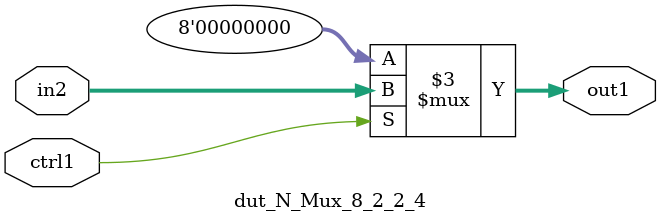
<source format=v>

`timescale 1ps / 1ps


module dut_N_Mux_8_2_2_4( in2, ctrl1, out1 );

    input [7:0] in2;
    input ctrl1;
    output [7:0] out1;
    reg [7:0] out1;

    
    // rtl_process:dut_N_Mux_8_2_2_4/dut_N_Mux_8_2_2_4_thread_1
    always @*
      begin : dut_N_Mux_8_2_2_4_thread_1
        case (ctrl1) 
          1'b1: 
            begin
              out1 = in2;
            end
          default: 
            begin
              out1 = 8'd000;
            end
        endcase
      end

endmodule



</source>
